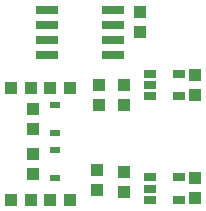
<source format=gtp>
G04 EAGLE Gerber RS-274X export*
G75*
%MOMM*%
%FSLAX34Y34*%
%LPD*%
%INSolderpaste Top*%
%IPPOS*%
%AMOC8*
5,1,8,0,0,1.08239X$1,22.5*%
G01*
%ADD10R,1.100000X1.000000*%
%ADD11R,1.000000X1.100000*%
%ADD12R,0.830000X0.630000*%
%ADD13R,1.900000X0.640000*%
%ADD14R,1.000000X0.700000*%


D10*
X67700Y169545D03*
X84700Y169545D03*
X100720Y169545D03*
X117720Y169545D03*
X67700Y74930D03*
X84700Y74930D03*
X100720Y74930D03*
X117720Y74930D03*
D11*
X85725Y96910D03*
X85725Y113910D03*
X141605Y172135D03*
X141605Y155135D03*
X140335Y83135D03*
X140335Y100135D03*
X85725Y152010D03*
X85725Y135010D03*
D12*
X104775Y155010D03*
X104775Y132010D03*
D11*
X163195Y172135D03*
X163195Y155135D03*
X163195Y81865D03*
X163195Y98865D03*
D13*
X97790Y236220D03*
X97790Y223520D03*
X97790Y210820D03*
X97790Y198120D03*
X153790Y198120D03*
X153790Y210820D03*
X153790Y223520D03*
X153790Y236220D03*
D11*
X176530Y234560D03*
X176530Y217560D03*
D14*
X185340Y181750D03*
X185340Y172250D03*
X185340Y162750D03*
X209340Y181750D03*
X209340Y162750D03*
X185340Y94120D03*
X185340Y84620D03*
X185340Y75120D03*
X209340Y94120D03*
X209340Y75120D03*
D12*
X104775Y93910D03*
X104775Y116910D03*
D11*
X223520Y164220D03*
X223520Y181220D03*
X223520Y76590D03*
X223520Y93590D03*
M02*

</source>
